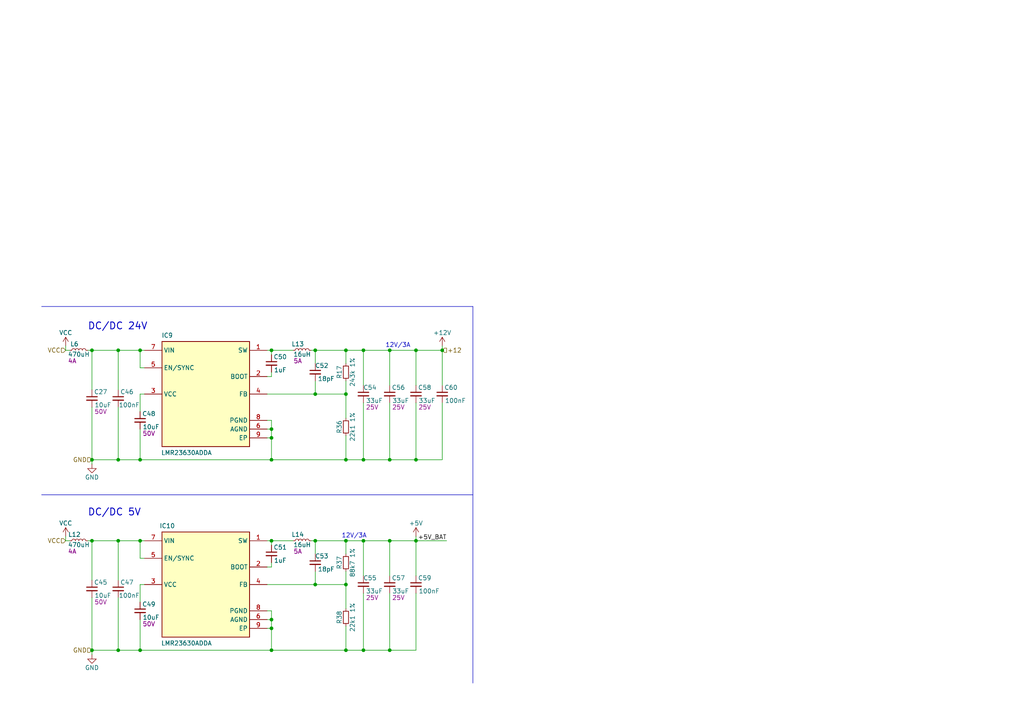
<source format=kicad_sch>
(kicad_sch (version 20230121) (generator eeschema)
  (paper "A4")
  (lib_symbols
    (symbol "+5V_1" (power) (pin_names (offset 0))
      (property "Value" "+5V_1" (at 0 3.556 0))
      (symbol "+5V_1_0_1"
        (polyline (pts (xy -0.762 1.27) (xy 0 2.54)))
        (polyline (pts (xy 0 0) (xy 0 2.54)))
        (polyline (pts (xy 0 2.54) (xy 0.762 1.27)))
      )
      (symbol "+5V_1_1_1"
        (pin power_in line (at 0 0 90) (length 0) hide (name "+5V") (number "1"))
      )
    )
    (symbol "Device:C_Small" (pin_numbers hide) (pin_names (offset 0.254) hide)
      (property "Reference" "C" (at 0.254 1.778 0))
      (property "Value" "C_Small" (at 0.254 -2.032 0))
      (symbol "C_Small_0_1"
        (polyline (pts (xy -1.524 -0.508) (xy 1.524 -0.508)) (stroke (width 0.3302)))
        (polyline (pts (xy -1.524 0.508) (xy 1.524 0.508)) (stroke (width 0.3048)))
      )
      (symbol "C_Small_1_1"
        (pin passive line (at 0 2.54 270) (length 2.032) (name "~") (number "1"))
        (pin passive line (at 0 -2.54 90) (length 2.032) (name "~") (number "2"))
      )
    )
    (symbol "Device:L_Small" (pin_numbers hide) (pin_names (offset 0.254) hide)
      (property "Reference" "L" (at 0.762 1.016 0))
      (property "Value" "L_Small" (at 0.762 -1.016 0))
      (symbol "L_Small_0_1"
        (arc (start 0 -2.032) (mid 0.5058 -1.524) (end 0 -1.016))
        (arc (start 0 -1.016) (mid 0.5058 -0.508) (end 0 0))
        (arc (start 0 0) (mid 0.5058 0.508) (end 0 1.016))
        (arc (start 0 1.016) (mid 0.5058 1.524) (end 0 2.032))
      )
      (symbol "L_Small_1_1"
        (pin passive line (at 0 2.54 270) (length 0.508) (name "~") (number "1"))
        (pin passive line (at 0 -2.54 90) (length 0.508) (name "~") (number "2"))
      )
    )
    (symbol "Device:R_Small" (pin_numbers hide) (pin_names (offset 0.254) hide)
      (property "Reference" "R" (at 0.762 0.508 0))
      (property "Value" "R_Small" (at 0.762 -1.016 0))
      (symbol "R_Small_0_1"
        (rectangle (start -0.762 1.778) (end 0.762 -1.778) (stroke (width 0.2032)))
      )
      (symbol "R_Small_1_1"
        (pin passive line (at 0 2.54 270) (length 0.762) (name "~") (number "1"))
        (pin passive line (at 0 -2.54 90) (length 0.762) (name "~") (number "2"))
      )
    )
    (symbol "LMR23630ADDA:LMR23630ADDA"
      (property "Reference" "?" (at 17.78 12.446 0))
      (property "Value" "LMR23630ADDA" (at 17.78 9.906 0))
      (property "Reference_1" "IC" (at 17.78 7.366 0))
      (property "Value_1" "LMR23630ADDA" (at 17.78 4.826 0))
      (symbol "LMR23630ADDA_1_1"
        (rectangle (start 5.08 2.54) (end 30.48 -27.94) (stroke (width 0.254)) (fill (type background)))
        (pin passive line (at 35.56 0 180) (length 5.08) (name "SW") (number "1"))
        (pin passive line (at 35.56 -7.62 180) (length 5.08) (name "BOOT") (number "2"))
        (pin passive line (at 0 -12.7 0) (length 5.08) (name "VCC") (number "3"))
        (pin passive line (at 35.56 -12.7 180) (length 5.08) (name "FB") (number "4"))
        (pin passive line (at 0 -5.08 0) (length 5.08) (name "EN/SYNC") (number "5"))
        (pin passive line (at 35.56 -22.86 180) (length 5.08) (name "AGND") (number "6"))
        (pin passive line (at 0 0 0) (length 5.08) (name "VIN") (number "7"))
        (pin passive line (at 35.56 -20.32 180) (length 5.08) (name "PGND") (number "8"))
        (pin passive line (at 35.56 -25.4 180) (length 5.08) (name "EP") (number "9"))
      )
    )
    (symbol "power:+12V" (power) (pin_names (offset 0))
      (property "Value" "+12V" (at 0 3.556 0))
      (symbol "+12V_0_1"
        (polyline (pts (xy -0.762 1.27) (xy 0 2.54)))
        (polyline (pts (xy 0 0) (xy 0 2.54)))
        (polyline (pts (xy 0 2.54) (xy 0.762 1.27)))
      )
      (symbol "+12V_1_1"
        (pin power_in line (at 0 0 90) (length 0) hide (name "+12V") (number "1"))
      )
    )
    (symbol "power:GND" (power) (pin_names (offset 0))
      (property "Value" "GND" (at 0 -3.81 0))
      (symbol "GND_0_1"
        (polyline (pts (xy 0 0) (xy 0 -1.27) (xy 1.27 -1.27) (xy 0 -2.54) (xy -1.27 -1.27) (xy 0 -1.27)))
      )
      (symbol "GND_1_1"
        (pin power_in line (at 0 0 270) (length 0) hide (name "GND") (number "1"))
      )
    )
    (symbol "power:VCC" (power) (pin_names (offset 0))
      (property "Value" "VCC" (at 0 3.81 0))
      (symbol "VCC_0_1"
        (polyline (pts (xy -0.762 1.27) (xy 0 2.54)))
        (polyline (pts (xy 0 0) (xy 0 2.54)))
        (polyline (pts (xy 0 2.54) (xy 0.762 1.27)))
      )
      (symbol "VCC_1_1"
        (pin power_in line (at 0 0 90) (length 0) hide (name "VCC") (number "1"))
      )
    )
  )
  (junction (at 128.27 101.6))
  (junction (at 78.74 101.6))
  (junction (at 120.65 156.845))
  (junction (at 113.03 188.595))
  (junction (at 113.03 156.845))
  (junction (at 100.33 156.845))
  (junction (at 100.33 188.595))
  (junction (at 40.64 133.35))
  (junction (at 113.03 133.35))
  (junction (at 26.67 156.845))
  (junction (at 91.44 169.545))
  (junction (at 105.41 133.35))
  (junction (at 40.64 188.595))
  (junction (at 78.74 133.35))
  (junction (at 91.44 114.3))
  (junction (at 105.41 188.595))
  (junction (at 78.74 179.705))
  (junction (at 100.33 169.545))
  (junction (at 26.67 188.595))
  (junction (at 105.41 101.6))
  (junction (at 100.33 114.3))
  (junction (at 105.41 156.845))
  (junction (at 120.65 101.6))
  (junction (at 34.29 101.6))
  (junction (at 40.64 156.845))
  (junction (at 100.33 101.6))
  (junction (at 26.67 133.35))
  (junction (at 91.44 101.6))
  (junction (at 91.44 156.845))
  (junction (at 78.74 124.46))
  (junction (at 34.29 156.845))
  (junction (at 40.64 101.6))
  (junction (at 100.33 133.35))
  (junction (at 34.29 133.35))
  (junction (at 78.74 188.595))
  (junction (at 34.29 188.595))
  (junction (at 113.03 101.6))
  (junction (at 26.67 101.6))
  (junction (at 78.74 156.845))
  (junction (at 120.65 133.35))
  (junction (at 78.74 182.245))
  (junction (at 78.74 127))
  (wire (pts (xy 34.29 188.595) (xy 40.64 188.595)))
  (wire (pts (xy 128.27 100.33) (xy 128.27 101.6)))
  (wire (pts (xy 34.29 118.11) (xy 34.29 133.35)))
  (wire (pts (xy 113.03 188.595) (xy 105.41 188.595)))
  (wire (pts (xy 78.74 179.705) (xy 78.74 182.245)))
  (wire (pts (xy 19.05 155.575) (xy 19.05 156.845)))
  (wire (pts (xy 77.47 182.245) (xy 78.74 182.245)))
  (wire (pts (xy 40.64 114.3) (xy 40.64 119.38)))
  (wire (pts (xy 34.29 173.355) (xy 34.29 188.595)))
  (wire (pts (xy 128.27 133.35) (xy 120.65 133.35)))
  (wire (pts (xy 77.47 177.165) (xy 78.74 177.165)))
  (wire (pts (xy 113.03 156.845) (xy 113.03 167.005)))
  (wire (pts (xy 78.74 156.845) (xy 85.09 156.845)))
  (wire (pts (xy 40.64 106.68) (xy 40.64 101.6)))
  (wire (pts (xy 77.47 109.22) (xy 78.74 109.22)))
  (wire (pts (xy 40.64 101.6) (xy 41.91 101.6)))
  (wire (pts (xy 120.65 167.005) (xy 120.65 156.845)))
  (wire (pts (xy 100.33 114.3) (xy 100.33 121.285)))
  (wire (pts (xy 78.74 133.35) (xy 100.33 133.35)))
  (wire (pts (xy 34.29 101.6) (xy 34.29 113.03)))
  (wire (pts (xy 78.74 163.195) (xy 78.74 164.465)))
  (wire (pts (xy 91.44 114.3) (xy 100.33 114.3)))
  (wire (pts (xy 105.41 156.845) (xy 105.41 167.005)))
  (wire (pts (xy 78.74 127) (xy 78.74 133.35)))
  (wire (pts (xy 77.47 179.705) (xy 78.74 179.705)))
  (wire (pts (xy 40.64 156.845) (xy 34.29 156.845)))
  (wire (pts (xy 40.64 106.68) (xy 41.91 106.68)))
  (wire (pts (xy 40.64 161.925) (xy 41.91 161.925)))
  (wire (pts (xy 26.67 188.595) (xy 34.29 188.595)))
  (wire (pts (xy 19.05 156.845) (xy 20.32 156.845)))
  (wire (pts (xy 100.33 169.545) (xy 100.33 176.53)))
  (wire (pts (xy 105.41 188.595) (xy 100.33 188.595)))
  (wire (pts (xy 26.67 101.6) (xy 34.29 101.6)))
  (wire (pts (xy 105.41 172.085) (xy 105.41 188.595)))
  (wire (pts (xy 77.47 169.545) (xy 91.44 169.545)))
  (polyline (pts (xy 137.16 88.9) (xy 137.16 198.12)))
  (wire (pts (xy 113.03 156.845) (xy 120.65 156.845)))
  (wire (pts (xy 91.44 156.845) (xy 100.33 156.845)))
  (wire (pts (xy 78.74 182.245) (xy 78.74 188.595)))
  (wire (pts (xy 26.67 173.355) (xy 26.67 188.595)))
  (wire (pts (xy 26.67 118.11) (xy 26.67 133.35)))
  (wire (pts (xy 77.47 114.3) (xy 91.44 114.3)))
  (wire (pts (xy 19.05 101.6) (xy 20.32 101.6)))
  (wire (pts (xy 40.64 156.845) (xy 41.91 156.845)))
  (wire (pts (xy 105.41 101.6) (xy 105.41 111.76)))
  (wire (pts (xy 34.29 133.35) (xy 40.64 133.35)))
  (wire (pts (xy 78.74 177.165) (xy 78.74 179.705)))
  (wire (pts (xy 113.03 133.35) (xy 105.41 133.35)))
  (wire (pts (xy 100.33 110.49) (xy 100.33 114.3)))
  (wire (pts (xy 40.64 161.925) (xy 40.64 156.845)))
  (wire (pts (xy 40.64 124.46) (xy 40.64 133.35)))
  (wire (pts (xy 26.67 133.35) (xy 34.29 133.35)))
  (wire (pts (xy 120.65 155.575) (xy 120.65 156.845)))
  (wire (pts (xy 105.41 133.35) (xy 100.33 133.35)))
  (wire (pts (xy 105.41 101.6) (xy 100.33 101.6)))
  (wire (pts (xy 77.47 156.845) (xy 78.74 156.845)))
  (wire (pts (xy 25.4 156.845) (xy 26.67 156.845)))
  (wire (pts (xy 105.41 116.84) (xy 105.41 133.35)))
  (wire (pts (xy 113.03 101.6) (xy 105.41 101.6)))
  (wire (pts (xy 26.67 156.845) (xy 26.67 168.275)))
  (wire (pts (xy 78.74 156.845) (xy 78.74 158.115)))
  (wire (pts (xy 113.03 101.6) (xy 113.03 111.76)))
  (wire (pts (xy 113.03 188.595) (xy 120.65 188.595)))
  (wire (pts (xy 91.44 156.845) (xy 91.44 160.655)))
  (wire (pts (xy 120.65 101.6) (xy 120.65 111.76)))
  (wire (pts (xy 40.64 179.705) (xy 40.64 188.595)))
  (wire (pts (xy 77.47 121.92) (xy 78.74 121.92)))
  (wire (pts (xy 100.33 165.735) (xy 100.33 169.545)))
  (wire (pts (xy 91.44 110.49) (xy 91.44 114.3)))
  (wire (pts (xy 113.03 172.085) (xy 113.03 188.595)))
  (wire (pts (xy 34.29 156.845) (xy 34.29 168.275)))
  (wire (pts (xy 91.44 169.545) (xy 100.33 169.545)))
  (wire (pts (xy 90.17 101.6) (xy 91.44 101.6)))
  (wire (pts (xy 91.44 165.735) (xy 91.44 169.545)))
  (wire (pts (xy 40.64 133.35) (xy 78.74 133.35)))
  (wire (pts (xy 120.65 156.845) (xy 129.54 156.845)))
  (wire (pts (xy 128.27 101.6) (xy 120.65 101.6)))
  (wire (pts (xy 77.47 101.6) (xy 78.74 101.6)))
  (wire (pts (xy 26.67 101.6) (xy 26.67 113.03)))
  (wire (pts (xy 128.27 111.76) (xy 128.27 101.6)))
  (wire (pts (xy 78.74 101.6) (xy 85.09 101.6)))
  (wire (pts (xy 77.47 124.46) (xy 78.74 124.46)))
  (wire (pts (xy 19.05 100.33) (xy 19.05 101.6)))
  (wire (pts (xy 120.65 133.35) (xy 113.03 133.35)))
  (wire (pts (xy 40.64 188.595) (xy 78.74 188.595)))
  (wire (pts (xy 120.65 172.085) (xy 120.65 188.595)))
  (wire (pts (xy 77.47 127) (xy 78.74 127)))
  (wire (pts (xy 100.33 181.61) (xy 100.33 188.595)))
  (wire (pts (xy 91.44 101.6) (xy 91.44 105.41)))
  (wire (pts (xy 100.33 101.6) (xy 100.33 105.41)))
  (wire (pts (xy 105.41 156.845) (xy 100.33 156.845)))
  (wire (pts (xy 77.47 164.465) (xy 78.74 164.465)))
  (wire (pts (xy 91.44 101.6) (xy 100.33 101.6)))
  (wire (pts (xy 78.74 124.46) (xy 78.74 127)))
  (wire (pts (xy 40.64 169.545) (xy 40.64 174.625)))
  (wire (pts (xy 78.74 188.595) (xy 100.33 188.595)))
  (wire (pts (xy 78.74 121.92) (xy 78.74 124.46)))
  (wire (pts (xy 120.65 116.84) (xy 120.65 133.35)))
  (wire (pts (xy 78.74 107.95) (xy 78.74 109.22)))
  (wire (pts (xy 26.67 188.595) (xy 26.67 189.865)))
  (polyline (pts (xy 12.065 143.51) (xy 137.16 143.51)))
  (wire (pts (xy 25.4 101.6) (xy 26.67 101.6)))
  (wire (pts (xy 78.74 101.6) (xy 78.74 102.87)))
  (wire (pts (xy 40.64 101.6) (xy 34.29 101.6)))
  (wire (pts (xy 100.33 156.845) (xy 100.33 160.655)))
  (wire (pts (xy 26.67 133.35) (xy 26.67 134.62)))
  (wire (pts (xy 128.27 116.84) (xy 128.27 133.35)))
  (wire (pts (xy 113.03 116.84) (xy 113.03 133.35)))
  (wire (pts (xy 40.64 114.3) (xy 41.91 114.3)))
  (wire (pts (xy 100.33 126.365) (xy 100.33 133.35)))
  (wire (pts (xy 26.67 156.845) (xy 34.29 156.845)))
  (wire (pts (xy 113.03 156.845) (xy 105.41 156.845)))
  (wire (pts (xy 120.65 101.6) (xy 113.03 101.6)))
  (wire (pts (xy 90.17 156.845) (xy 91.44 156.845)))
  (wire (pts (xy 40.64 169.545) (xy 41.91 169.545)))
  (polyline (pts (xy 12.065 88.9) (xy 137.16 88.9)))
  (text "DC/DC 5V" (at 25.4 149.86 0) (effects (font (size 2 2) (thickness 0.254) bold) (justify left bottom)))
  (text "DC/DC 24V" (at 25.4 95.885 0) (effects (font (size 2 2) (thickness 0.254) bold) (justify left bottom)))
  (text "12V/3A" (at 111.76 100.965 0) (effects (font (size 1.27 1.27)) (justify left bottom)))
  (text "12V/3A" (at 99.06 156.21 0) (effects (font (size 1.27 1.27)) (justify left bottom)))
  (label "+5V_BAT" (at 129.54 156.845 180))
  (hierarchical_label "VCC" (shape input) (at 19.05 156.845 180))
  (hierarchical_label "+12" (shape input) (at 128.27 101.6 0))
  (hierarchical_label "VCC" (shape input) (at 19.05 101.6 180))
  (hierarchical_label "GND" (shape input) (at 26.67 133.35 180))
  (hierarchical_label "GND" (shape input) (at 26.67 188.595 180))
  (symbol (lib_id "Device:R_Small") (at 100.33 107.95 0) (unit 1)
    (property "Reference" "R17" (at 98.425 107.95 90))
    (property "Value" "243k 1%" (at 102.235 107.95 90))
  )
  (symbol (lib_id "Device:C_Small") (at 105.41 169.545 0) (unit 1)
    (property "Reference" "C55" (at 107.315 167.64 0))
    (property "Value" "33uF" (at 108.585 171.45 0))
    (property "Voltage" "25V" (at 107.95 173.355 0))
  )
  (symbol (lib_id "power:+12V") (at 128.27 100.33 0) (unit 1)
    (property "Reference" "#PWR017" (effects hide))
    (property "Value" "+12V" (at 128.27 96.52 0))
  )
  (symbol (lib_id "Device:R_Small") (at 100.33 179.07 0) (unit 1)
    (property "Reference" "R38" (at 98.425 179.07 90))
    (property "Value" "22k1 1%" (at 102.235 179.07 90))
  )
  (symbol (lib_id "Device:L_Small") (at 87.63 101.6 90) (unit 1)
    (property "Reference" "L13" (at 86.36 99.06 90) (effects (justify bottom)))
    (property "Value" "16uH" (at 87.63 103.505 90) (effects (justify top)))
    (property "Current" "5A" (at 86.36 105.41 90) (effects (justify top)))
  )
  (symbol (lib_id "Device:C_Small") (at 26.67 170.815 0) (unit 1)
    (property "Reference" "C45" (at 29.21 168.91 0))
    (property "Value" "10uF" (at 29.845 172.72 0))
    (property "Voltage" "50V" (at 29.21 174.625 0))
  )
  (symbol (lib_id "Device:C_Small") (at 120.65 114.3 0) (unit 1)
    (property "Reference" "C58" (at 123.19 112.395 0))
    (property "Value" "33uF" (at 123.825 116.205 0))
    (property "Voltage" "25V" (at 123.19 118.11 0))
  )
  (symbol (lib_id "Device:L_Small") (at 22.86 101.6 90) (unit 1)
    (property "Reference" "L6" (at 21.59 99.06 90) (effects (justify bottom)))
    (property "Value" "470uH" (at 22.86 103.505 90) (effects (justify top)))
    (property "Current" "4A" (at 20.955 105.41 90) (effects (justify top)))
  )
  (symbol (lib_id "Device:C_Small") (at 105.41 114.3 0) (unit 1)
    (property "Reference" "C54" (at 107.315 112.395 0))
    (property "Value" "33uF" (at 108.585 116.205 0))
    (property "Voltage" "25V" (at 107.95 118.11 0))
  )
  (symbol (lib_name "+5V_1") (lib_id "power:+5V") (at 120.65 155.575 0) (unit 1)
    (property "Reference" "#PWR016" (effects hide))
    (property "Value" "+5V" (at 120.65 151.765 0))
  )
  (symbol (lib_id "Device:L_Small") (at 87.63 156.845 90) (unit 1)
    (property "Reference" "L14" (at 86.36 154.305 90) (effects (justify bottom)))
    (property "Value" "16uH" (at 87.63 158.75 90) (effects (justify top)))
    (property "Current" "5A" (at 86.36 160.655 90) (effects (justify top)))
  )
  (symbol (lib_id "Device:C_Small") (at 40.64 177.165 0) (unit 1)
    (property "Reference" "C49" (at 43.18 175.26 0))
    (property "Value" "10uF" (at 43.815 179.07 0))
    (property "Voltage" "50V" (at 43.18 180.975 0))
  )
  (symbol (lib_id "Device:R_Small") (at 100.33 123.825 0) (unit 1)
    (property "Reference" "R36" (at 98.425 123.825 90))
    (property "Value" "22k1 1%" (at 102.235 123.825 90))
  )
  (symbol (lib_id "Device:C_Small") (at 40.64 121.92 0) (unit 1)
    (property "Reference" "C48" (at 43.18 120.015 0))
    (property "Value" "10uF" (at 43.815 123.825 0))
    (property "Voltage" "50V" (at 43.18 125.73 0))
  )
  (symbol (lib_id "Device:C_Small") (at 128.27 114.3 0) (unit 1)
    (property "Reference" "C60" (at 130.81 112.395 0))
    (property "Value" "100nF" (at 132.08 116.205 0))
  )
  (symbol (lib_id "Device:C_Small") (at 91.44 107.95 0) (unit 1)
    (property "Reference" "C52" (at 93.345 106.045 0))
    (property "Value" "18pF" (at 94.615 109.855 0))
  )
  (symbol (lib_id "Device:C_Small") (at 113.03 114.3 0) (unit 1)
    (property "Reference" "C56" (at 115.57 112.395 0))
    (property "Value" "33uF" (at 116.205 116.205 0))
    (property "Voltage" "25V" (at 115.57 118.11 0))
  )
  (symbol (lib_id "Device:C_Small") (at 78.74 105.41 0) (unit 1)
    (property "Reference" "C50" (at 81.28 103.505 0))
    (property "Value" "1uF" (at 81.28 107.315 0))
  )
  (symbol (lib_id "LMR23630ADDA:LMR23630ADDA") (at 41.91 101.6 0) (unit 1)
    (property "Reference" "IC9" (at 48.514 97.282 0))
    (property "Value" "LMR23630ADDA" (at 54.102 131.318 0))
    (property "Reference_1" "IC" (effects hide))
    (property "Value_1" "LMR23630ADDA" (effects hide))
    (property "Footprint_1" "SOIC127P600X170-9N" (effects hide))
    (property "Datasheet_1" "http://www.ti.com/lit/gpn/LMR23630" (effects hide))
    (property "Height" "1.7" (effects hide))
    (property "Mouser Part Number" "595-LMR23630ADDA" (effects hide))
    (property "Mouser Price/Stock" "https://www.mouser.co.uk/ProductDetail/Texas-Instruments/LMR23630ADDA?qs=8%2FmU9qzJpL9oORP%252BF4DNxw%3D%3D" (effects hide))
    (property "Manufacturer_Name" "Texas Instruments" (effects hide))
    (property "Manufacturer_Part_Number" "LMR23630ADDA" (effects hide))
  )
  (symbol (lib_id "power:GND") (at 26.67 189.865 0) (unit 1)
    (property "Reference" "#PWR015" (effects hide))
    (property "Value" "GND" (at 26.67 193.675 0))
  )
  (symbol (lib_id "Device:C_Small") (at 78.74 160.655 0) (unit 1)
    (property "Reference" "C51" (at 81.28 158.75 0))
    (property "Value" "1uF" (at 81.28 162.56 0))
  )
  (symbol (lib_id "power:VCC") (at 19.05 100.33 0) (unit 1)
    (property "Reference" "#PWR012" (effects hide))
    (property "Value" "VCC" (at 19.05 96.52 0))
  )
  (symbol (lib_id "Device:C_Small") (at 26.67 115.57 0) (unit 1)
    (property "Reference" "C27" (at 29.21 113.665 0))
    (property "Value" "10uF" (at 29.845 117.475 0))
    (property "Voltage" "50V" (at 29.21 119.38 0))
  )
  (symbol (lib_id "Device:C_Small") (at 34.29 115.57 0) (unit 1)
    (property "Reference" "C46" (at 36.83 113.665 0))
    (property "Value" "100nF" (at 37.465 117.475 0))
  )
  (symbol (lib_id "power:VCC") (at 19.05 155.575 0) (unit 1)
    (property "Reference" "#PWR013" (effects hide))
    (property "Value" "VCC" (at 19.05 151.765 0))
  )
  (symbol (lib_id "power:GND") (at 26.67 134.62 0) (unit 1)
    (property "Reference" "#PWR014" (effects hide))
    (property "Value" "GND" (at 26.67 138.43 0))
  )
  (symbol (lib_id "Device:R_Small") (at 100.33 163.195 0) (unit 1)
    (property "Reference" "R37" (at 98.425 163.195 90))
    (property "Value" "88k7 1%" (at 102.235 163.195 90))
  )
  (symbol (lib_id "Device:C_Small") (at 34.29 170.815 0) (unit 1)
    (property "Reference" "C47" (at 36.83 168.91 0))
    (property "Value" "100nF" (at 37.465 172.72 0))
  )
  (symbol (lib_id "Device:C_Small") (at 91.44 163.195 0) (unit 1)
    (property "Reference" "C53" (at 93.345 161.29 0))
    (property "Value" "18pF" (at 94.615 165.1 0))
  )
  (symbol (lib_id "LMR23630ADDA:LMR23630ADDA") (at 41.91 156.845 0) (unit 1)
    (property "Reference" "IC10" (at 48.514 152.527 0))
    (property "Value" "LMR23630ADDA" (at 54.102 186.563 0))
    (property "Reference_1" "IC" (effects hide))
    (property "Value_1" "LMR23630ADDA" (effects hide))
    (property "Footprint_1" "SOIC127P600X170-9N" (effects hide))
    (property "Datasheet_1" "http://www.ti.com/lit/gpn/LMR23630" (effects hide))
    (property "Height" "1.7" (effects hide))
    (property "Mouser Part Number" "595-LMR23630ADDA" (effects hide))
    (property "Mouser Price/Stock" "https://www.mouser.co.uk/ProductDetail/Texas-Instruments/LMR23630ADDA?qs=8%2FmU9qzJpL9oORP%252BF4DNxw%3D%3D" (effects hide))
    (property "Manufacturer_Name" "Texas Instruments" (effects hide))
    (property "Manufacturer_Part_Number" "LMR23630ADDA" (effects hide))
  )
  (symbol (lib_id "Device:L_Small") (at 22.86 156.845 90) (unit 1)
    (property "Reference" "L12" (at 21.59 154.305 90) (effects (justify bottom)))
    (property "Value" "470uH" (at 22.86 158.75 90) (effects (justify top)))
    (property "Current" "4A" (at 20.955 160.655 90) (effects (justify top)))
  )
  (symbol (lib_id "Device:C_Small") (at 120.65 169.545 0) (unit 1)
    (property "Reference" "C59" (at 123.19 167.64 0))
    (property "Value" "100nF" (at 124.46 171.45 0))
  )
  (symbol (lib_id "Device:C_Small") (at 113.03 169.545 0) (unit 1)
    (property "Reference" "C57" (at 115.57 167.64 0))
    (property "Value" "33uF" (at 116.205 171.45 0))
    (property "Voltage" "25V" (at 115.57 173.355 0))
  )
)
</source>
